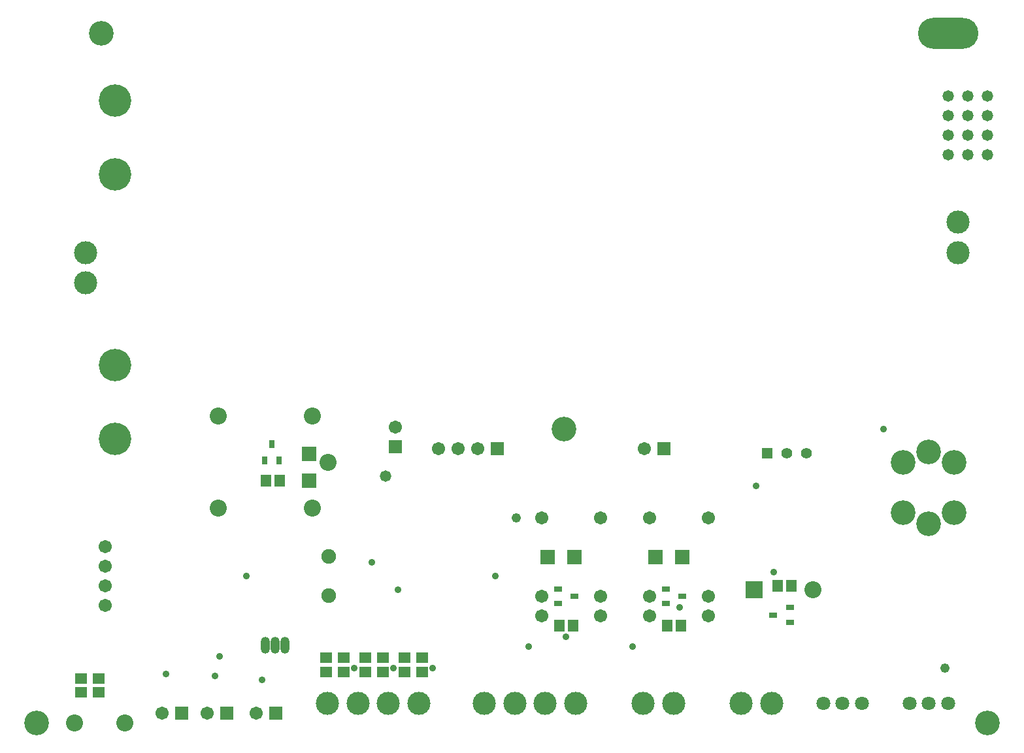
<source format=gbs>
%FSTAX25Y25*%
%MOIN*%
G70*
G01*
G75*
G04 Layer_Color=16711935*
%ADD10R,0.04724X0.05512*%
%ADD11R,0.35039X0.41929*%
%ADD12R,0.09449X0.04134*%
%ADD13R,0.05512X0.04724*%
%ADD14R,0.08465X0.11221*%
%ADD15O,0.01181X0.05709*%
%ADD16O,0.05709X0.01181*%
%ADD17C,0.01000*%
%ADD18C,0.01500*%
%ADD19C,0.03000*%
%ADD20C,0.02000*%
%ADD21C,0.11811*%
%ADD22C,0.11000*%
%ADD23C,0.06693*%
%ADD24O,0.03937X0.07874*%
%ADD25O,0.03937X0.07874*%
%ADD26C,0.07874*%
%ADD27R,0.04724X0.04724*%
%ADD28C,0.04724*%
%ADD29C,0.15748*%
%ADD30C,0.05906*%
%ADD31R,0.05906X0.05906*%
%ADD32R,0.07874X0.07874*%
%ADD33R,0.05906X0.05906*%
%ADD34O,0.30000X0.15000*%
%ADD35C,0.06299*%
%ADD36C,0.05000*%
%ADD37C,0.04000*%
%ADD38C,0.02756*%
%ADD39R,0.02362X0.03347*%
%ADD40R,0.03347X0.02362*%
%ADD41R,0.06693X0.06693*%
%ADD42R,0.06693X0.06693*%
%ADD43C,0.05000*%
%ADD44C,0.10000*%
%ADD45C,0.00984*%
%ADD46C,0.00787*%
%ADD47C,0.02362*%
%ADD48R,0.05524X0.06312*%
%ADD49R,0.35839X0.42729*%
%ADD50R,0.10249X0.04934*%
%ADD51R,0.06312X0.05524*%
%ADD52R,0.09265X0.12020*%
%ADD53O,0.01981X0.06509*%
%ADD54O,0.06509X0.01981*%
%ADD55C,0.12611*%
%ADD56C,0.11800*%
%ADD57C,0.07493*%
%ADD58O,0.04737X0.08674*%
%ADD59O,0.04737X0.08674*%
%ADD60C,0.08674*%
%ADD61R,0.05524X0.05524*%
%ADD62C,0.05524*%
%ADD63C,0.16548*%
%ADD64C,0.06706*%
%ADD65R,0.06706X0.06706*%
%ADD66R,0.08674X0.08674*%
%ADD67R,0.06706X0.06706*%
%ADD68O,0.30800X0.15800*%
%ADD69C,0.07099*%
%ADD70C,0.05800*%
%ADD71C,0.04800*%
%ADD72C,0.03556*%
%ADD73R,0.03162X0.04147*%
%ADD74R,0.04147X0.03162*%
%ADD75R,0.07493X0.07493*%
%ADD76R,0.07493X0.07493*%
D48*
X04Y008D02*
D03*
X0392913D02*
D03*
X0336457Y00595D02*
D03*
X0343543D02*
D03*
X0281457D02*
D03*
X0288543D02*
D03*
X0131957Y01335D02*
D03*
X0139043D02*
D03*
D51*
X01715Y0035957D02*
D03*
Y0043043D02*
D03*
X01625Y0035957D02*
D03*
Y0043043D02*
D03*
X01915Y0035957D02*
D03*
Y0043043D02*
D03*
X02115Y0035957D02*
D03*
Y0043043D02*
D03*
X01825Y0035957D02*
D03*
Y0043043D02*
D03*
X02025Y0035957D02*
D03*
Y0043043D02*
D03*
X00375Y0025457D02*
D03*
Y0032543D02*
D03*
X00465Y0032543D02*
D03*
Y0025457D02*
D03*
D55*
X0284Y016D02*
D03*
X047Y0148307D02*
D03*
X0482945Y0142945D02*
D03*
X047Y0111693D02*
D03*
X0457055Y0117055D02*
D03*
Y0142945D02*
D03*
X0482945Y0117055D02*
D03*
X0015Y001D02*
D03*
X05Y001D02*
D03*
X0048Y0362D02*
D03*
D56*
X0485Y0265591D02*
D03*
Y025D02*
D03*
X004Y0234409D02*
D03*
Y025D02*
D03*
X0163228Y002D02*
D03*
X0178819D02*
D03*
X0194409D02*
D03*
X021D02*
D03*
X0243228D02*
D03*
X0258819D02*
D03*
X027441D02*
D03*
X029D02*
D03*
X032441D02*
D03*
X034D02*
D03*
X037441D02*
D03*
X039D02*
D03*
D57*
X0164Y0095D02*
D03*
Y0075D02*
D03*
D58*
X01315Y00495D02*
D03*
X01415D02*
D03*
D59*
X01365D02*
D03*
D60*
X0034409Y001D02*
D03*
X006D02*
D03*
X0410917Y0078D02*
D03*
X0163488Y0143D02*
D03*
X0155614Y0119378D02*
D03*
Y0166622D02*
D03*
X0107583Y0119378D02*
D03*
Y0166622D02*
D03*
D61*
X03875Y01475D02*
D03*
D62*
X03975D02*
D03*
X04075D02*
D03*
D63*
X0055Y0155D02*
D03*
Y0192402D02*
D03*
Y0327401D02*
D03*
Y029D02*
D03*
D64*
X005Y01D02*
D03*
Y007D02*
D03*
Y008D02*
D03*
Y009D02*
D03*
X022Y015D02*
D03*
X023D02*
D03*
X024D02*
D03*
X0325Y015D02*
D03*
X03025Y00645D02*
D03*
Y00745D02*
D03*
Y01145D02*
D03*
X02725D02*
D03*
Y00745D02*
D03*
Y00645D02*
D03*
X03575D02*
D03*
Y00745D02*
D03*
Y01145D02*
D03*
X03275D02*
D03*
Y00745D02*
D03*
Y00645D02*
D03*
X0127Y0015D02*
D03*
X0102D02*
D03*
X0079D02*
D03*
X0198Y0161D02*
D03*
D65*
X025Y015D02*
D03*
X0335Y015D02*
D03*
X0137Y0015D02*
D03*
X0112D02*
D03*
X0089D02*
D03*
D66*
X0380996Y0078D02*
D03*
D67*
X0198Y0151D02*
D03*
D68*
X048Y0362D02*
D03*
D69*
X0435843Y002D02*
D03*
X0426D02*
D03*
X0416157D02*
D03*
X0479843D02*
D03*
X047D02*
D03*
X0460157D02*
D03*
D70*
X05Y03D02*
D03*
X049D02*
D03*
X048D02*
D03*
X05Y031D02*
D03*
X049D02*
D03*
X048D02*
D03*
X05Y032D02*
D03*
X049D02*
D03*
X048D02*
D03*
X05Y033D02*
D03*
X049D02*
D03*
X048D02*
D03*
X0193Y0136D02*
D03*
D71*
X02595Y01145D02*
D03*
X0478158Y0038D02*
D03*
D72*
X0249Y0085D02*
D03*
X013Y0032D02*
D03*
X0106Y0034D02*
D03*
X0081Y0035D02*
D03*
X0108087Y0044D02*
D03*
X0319Y0049D02*
D03*
X0266D02*
D03*
X0447Y016D02*
D03*
X0199346Y0078D02*
D03*
X0186Y0092D02*
D03*
X0177Y0038D02*
D03*
X0197D02*
D03*
X0217D02*
D03*
X0285Y0054D02*
D03*
X0391Y0087D02*
D03*
X0343Y0069D02*
D03*
X0382Y0131D02*
D03*
X0122Y0085D02*
D03*
D73*
X0138665Y0143768D02*
D03*
X0131185D02*
D03*
X0134925Y0152232D02*
D03*
D74*
X0399189Y006874D02*
D03*
Y006126D02*
D03*
X0390724Y0065D02*
D03*
X0280768Y007076D02*
D03*
Y007824D02*
D03*
X0289232Y00745D02*
D03*
X0335768Y007076D02*
D03*
Y007824D02*
D03*
X0344232Y00745D02*
D03*
D75*
X0154Y014735D02*
D03*
Y013365D02*
D03*
D76*
X028935Y00945D02*
D03*
X027565D02*
D03*
X034435Y00945D02*
D03*
X033065D02*
D03*
M02*

</source>
